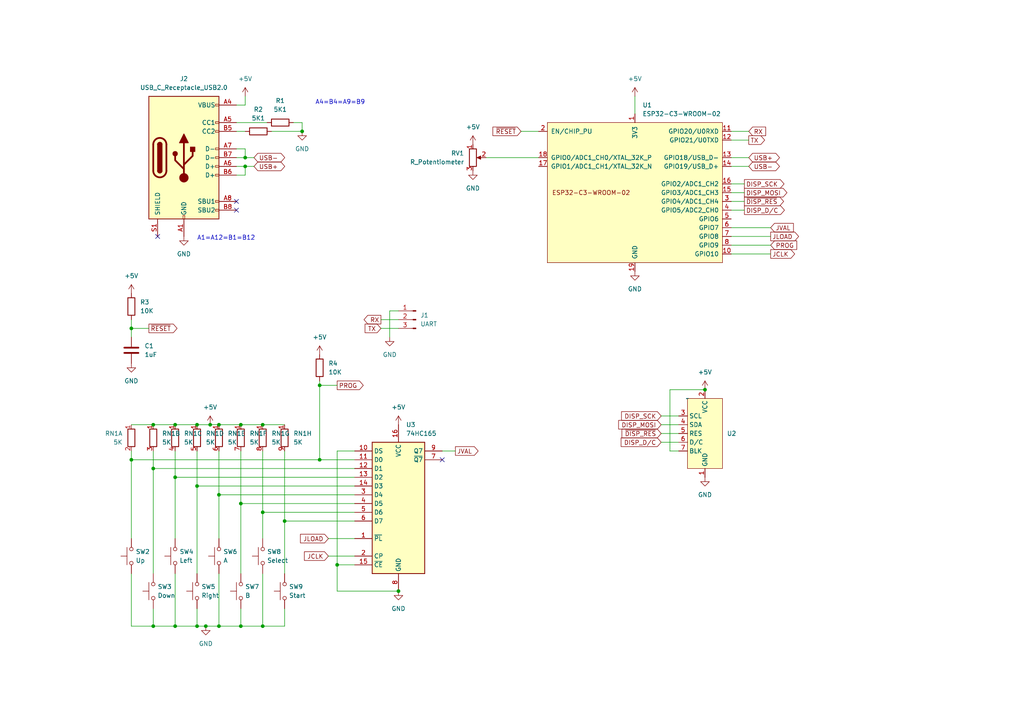
<source format=kicad_sch>
(kicad_sch (version 20230121) (generator eeschema)
  (paper "A4")
  (lib_symbols
    (symbol "74xx:74HC165"
      (property "Reference" "U" (at -7.62 19.05 0))
      (property "Value" "74HC165" (at -7.62 -21.59 0))
      (symbol "74HC165_1_0"
        (pin input line (at -12.7 -10.16 0) (length 5.08) (name "~{PL}") (number "1"))
        (pin input line (at -12.7 15.24 0) (length 5.08) (name "DS") (number "10"))
        (pin input line (at -12.7 12.7 0) (length 5.08) (name "D0") (number "11"))
        (pin input line (at -12.7 10.16 0) (length 5.08) (name "D1") (number "12"))
        (pin input line (at -12.7 7.62 0) (length 5.08) (name "D2") (number "13"))
        (pin input line (at -12.7 5.08 0) (length 5.08) (name "D3") (number "14"))
        (pin input line (at -12.7 -17.78 0) (length 5.08) (name "~{CE}") (number "15"))
        (pin power_in line (at 0 22.86 270) (length 5.08) (name "VCC") (number "16"))
        (pin input line (at -12.7 -15.24 0) (length 5.08) (name "CP") (number "2"))
        (pin input line (at -12.7 2.54 0) (length 5.08) (name "D4") (number "3"))
        (pin input line (at -12.7 0 0) (length 5.08) (name "D5") (number "4"))
        (pin input line (at -12.7 -2.54 0) (length 5.08) (name "D6") (number "5"))
        (pin input line (at -12.7 -5.08 0) (length 5.08) (name "D7") (number "6"))
        (pin output line (at 12.7 12.7 180) (length 5.08) (name "~{Q7}") (number "7"))
        (pin power_in line (at 0 -25.4 90) (length 5.08) (name "GND") (number "8"))
        (pin output line (at 12.7 15.24 180) (length 5.08) (name "Q7") (number "9"))
      )
      (symbol "74HC165_1_1"
        (rectangle (start -7.62 17.78) (end 7.62 -20.32) (stroke (width 0.254)) (fill (type background)))
      )
    )
    (symbol "Connector:Conn_01x03_Pin" (pin_names (offset 1.016) hide)
      (property "Reference" "J" (at 0 5.08 0))
      (property "Value" "Conn_01x03_Pin" (at 0 -5.08 0))
      (symbol "Conn_01x03_Pin_1_1"
        (polyline (pts (xy 1.27 -2.54) (xy 0.8636 -2.54)) (stroke (width 0.1524)))
        (polyline (pts (xy 1.27 0) (xy 0.8636 0)) (stroke (width 0.1524)))
        (polyline (pts (xy 1.27 2.54) (xy 0.8636 2.54)) (stroke (width 0.1524)))
        (rectangle (start 0.8636 -2.413) (end 0 -2.667) (stroke (width 0.1524)) (fill (type outline)))
        (rectangle (start 0.8636 0.127) (end 0 -0.127) (stroke (width 0.1524)) (fill (type outline)))
        (rectangle (start 0.8636 2.667) (end 0 2.413) (stroke (width 0.1524)) (fill (type outline)))
        (pin passive line (at 5.08 2.54 180) (length 3.81) (name "Pin_1") (number "1"))
        (pin passive line (at 5.08 0 180) (length 3.81) (name "Pin_2") (number "2"))
        (pin passive line (at 5.08 -2.54 180) (length 3.81) (name "Pin_3") (number "3"))
      )
    )
    (symbol "Connector:USB_C_Receptacle_USB2.0" (pin_names (offset 1.016))
      (property "Reference" "J" (at -10.16 19.05 0))
      (property "Value" "USB_C_Receptacle_USB2.0" (at 19.05 19.05 0))
      (symbol "USB_C_Receptacle_USB2.0_0_0"
        (rectangle (start -0.254 -17.78) (end 0.254 -16.764))
        (rectangle (start 10.16 -14.986) (end 9.144 -15.494))
        (rectangle (start 10.16 -12.446) (end 9.144 -12.954))
        (rectangle (start 10.16 -4.826) (end 9.144 -5.334))
        (rectangle (start 10.16 -2.286) (end 9.144 -2.794))
        (rectangle (start 10.16 0.254) (end 9.144 -0.254))
        (rectangle (start 10.16 2.794) (end 9.144 2.286))
        (rectangle (start 10.16 7.874) (end 9.144 7.366))
        (rectangle (start 10.16 10.414) (end 9.144 9.906))
        (rectangle (start 10.16 15.494) (end 9.144 14.986))
      )
      (symbol "USB_C_Receptacle_USB2.0_0_1"
        (rectangle (start -10.16 17.78) (end 10.16 -17.78) (stroke (width 0.254)) (fill (type background)))
        (arc (start -8.89 -3.81) (mid -6.985 -5.7067) (end -5.08 -3.81) (stroke (width 0.508)))
        (arc (start -7.62 -3.81) (mid -6.985 -4.4423) (end -6.35 -3.81) (stroke (width 0.254)))
        (arc (start -7.62 -3.81) (mid -6.985 -4.4423) (end -6.35 -3.81) (stroke (width 0.254)) (fill (type outline)))
        (rectangle (start -7.62 -3.81) (end -6.35 3.81) (stroke (width 0.254)) (fill (type outline)))
        (arc (start -6.35 3.81) (mid -6.985 4.4423) (end -7.62 3.81) (stroke (width 0.254)))
        (arc (start -6.35 3.81) (mid -6.985 4.4423) (end -7.62 3.81) (stroke (width 0.254)) (fill (type outline)))
        (arc (start -5.08 3.81) (mid -6.985 5.7067) (end -8.89 3.81) (stroke (width 0.508)))
        (circle (center -2.54 1.143) (radius 0.635) (stroke (width 0.254)) (fill (type outline)))
        (circle (center 0 -5.842) (radius 1.27) (fill (type outline)))
        (polyline (pts (xy -8.89 -3.81) (xy -8.89 3.81)) (stroke (width 0.508)))
        (polyline (pts (xy -5.08 3.81) (xy -5.08 -3.81)) (stroke (width 0.508)))
        (polyline (pts (xy 0 -5.842) (xy 0 4.318)) (stroke (width 0.508)))
        (polyline (pts (xy 0 -3.302) (xy -2.54 -0.762) (xy -2.54 0.508)) (stroke (width 0.508)))
        (polyline (pts (xy 0 -2.032) (xy 2.54 0.508) (xy 2.54 1.778)) (stroke (width 0.508)))
        (polyline (pts (xy -1.27 4.318) (xy 0 6.858) (xy 1.27 4.318) (xy -1.27 4.318)) (stroke (width 0.254)) (fill (type outline)))
        (rectangle (start 1.905 1.778) (end 3.175 3.048) (stroke (width 0.254)) (fill (type outline)))
      )
      (symbol "USB_C_Receptacle_USB2.0_1_1"
        (pin passive line (at 0 -22.86 90) (length 5.08) (name "GND") (number "A1"))
        (pin passive line (at 0 -22.86 90) (length 5.08) hide (name "GND") (number "A12"))
        (pin passive line (at 15.24 15.24 180) (length 5.08) (name "VBUS") (number "A4"))
        (pin bidirectional line (at 15.24 10.16 180) (length 5.08) (name "CC1") (number "A5"))
        (pin bidirectional line (at 15.24 -2.54 180) (length 5.08) (name "D+") (number "A6"))
        (pin bidirectional line (at 15.24 2.54 180) (length 5.08) (name "D-") (number "A7"))
        (pin bidirectional line (at 15.24 -12.7 180) (length 5.08) (name "SBU1") (number "A8"))
        (pin passive line (at 15.24 15.24 180) (length 5.08) hide (name "VBUS") (number "A9"))
        (pin passive line (at 0 -22.86 90) (length 5.08) hide (name "GND") (number "B1"))
        (pin passive line (at 0 -22.86 90) (length 5.08) hide (name "GND") (number "B12"))
        (pin passive line (at 15.24 15.24 180) (length 5.08) hide (name "VBUS") (number "B4"))
        (pin bidirectional line (at 15.24 7.62 180) (length 5.08) (name "CC2") (number "B5"))
        (pin bidirectional line (at 15.24 -5.08 180) (length 5.08) (name "D+") (number "B6"))
        (pin bidirectional line (at 15.24 0 180) (length 5.08) (name "D-") (number "B7"))
        (pin bidirectional line (at 15.24 -15.24 180) (length 5.08) (name "SBU2") (number "B8"))
        (pin passive line (at 15.24 15.24 180) (length 5.08) hide (name "VBUS") (number "B9"))
        (pin passive line (at -7.62 -22.86 90) (length 5.08) (name "SHIELD") (number "S1"))
      )
    )
    (symbol "Device:C" (pin_numbers hide) (pin_names (offset 0.254))
      (property "Reference" "C" (at 0.635 2.54 0))
      (property "Value" "C" (at 0.635 -2.54 0))
      (symbol "C_0_1"
        (polyline (pts (xy -2.032 -0.762) (xy 2.032 -0.762)) (stroke (width 0.508)))
        (polyline (pts (xy -2.032 0.762) (xy 2.032 0.762)) (stroke (width 0.508)))
      )
      (symbol "C_1_1"
        (pin passive line (at 0 3.81 270) (length 2.794) (name "~") (number "1"))
        (pin passive line (at 0 -3.81 90) (length 2.794) (name "~") (number "2"))
      )
    )
    (symbol "Device:R" (pin_numbers hide) (pin_names (offset 0))
      (property "Reference" "R" (at 2.032 0 90))
      (property "Value" "R" (at 0 0 90))
      (symbol "R_0_1"
        (rectangle (start -1.016 -2.54) (end 1.016 2.54) (stroke (width 0.254)))
      )
      (symbol "R_1_1"
        (pin passive line (at 0 3.81 270) (length 1.27) (name "~") (number "1"))
        (pin passive line (at 0 -3.81 90) (length 1.27) (name "~") (number "2"))
      )
    )
    (symbol "Device:R_Network08_Split" (pin_names (offset 0) hide)
      (property "Reference" "RN" (at 2.032 0 90))
      (property "Value" "R_Network08_Split" (at 0 0 90))
      (symbol "R_Network08_Split_0_1"
        (rectangle (start 1.016 2.54) (end -1.016 -2.54) (stroke (width 0.254)))
        (pin passive line (at 0 3.81 270) (length 1.27) (name "R1") (number "1"))
      )
      (symbol "R_Network08_Split_1_1"
        (pin passive line (at 0 -3.81 90) (length 1.27) (name "R1.2") (number "2"))
      )
      (symbol "R_Network08_Split_2_1"
        (pin passive line (at 0 -3.81 90) (length 1.27) (name "R2.2") (number "3"))
      )
      (symbol "R_Network08_Split_3_1"
        (pin passive line (at 0 -3.81 90) (length 1.27) (name "R3.2") (number "4"))
      )
      (symbol "R_Network08_Split_4_1"
        (pin passive line (at 0 -3.81 90) (length 1.27) (name "R4.2") (number "5"))
      )
      (symbol "R_Network08_Split_5_1"
        (pin passive line (at 0 -3.81 90) (length 1.27) (name "R5.2") (number "6"))
      )
      (symbol "R_Network08_Split_6_1"
        (pin passive line (at 0 -3.81 90) (length 1.27) (name "R6.2") (number "7"))
      )
      (symbol "R_Network08_Split_7_1"
        (pin passive line (at 0 -3.81 90) (length 1.27) (name "R7.2") (number "8"))
      )
      (symbol "R_Network08_Split_8_1"
        (pin passive line (at 0 -3.81 90) (length 1.27) (name "R8.2") (number "9"))
      )
    )
    (symbol "Device:R_Potentiometer" (pin_names (offset 1.016) hide)
      (property "Reference" "RV" (at -4.445 0 90))
      (property "Value" "R_Potentiometer" (at -2.54 0 90))
      (symbol "R_Potentiometer_0_1"
        (polyline (pts (xy 2.54 0) (xy 1.524 0)))
        (polyline (pts (xy 1.143 0) (xy 2.286 0.508) (xy 2.286 -0.508) (xy 1.143 0)) (fill (type outline)))
        (rectangle (start 1.016 2.54) (end -1.016 -2.54) (stroke (width 0.254)))
      )
      (symbol "R_Potentiometer_1_1"
        (pin passive line (at 0 3.81 270) (length 1.27) (name "1") (number "1"))
        (pin passive line (at 3.81 0 180) (length 1.27) (name "2") (number "2"))
        (pin passive line (at 0 -3.81 90) (length 1.27) (name "3") (number "3"))
      )
    )
    (symbol "Espressif:ESP32-C3-WROOM-02" (pin_names (offset 1.016))
      (property "Reference" "U" (at -25.4 25.4 0))
      (property "Value" "ESP32-C3-WROOM-02" (at -25.4 22.86 0))
      (symbol "ESP32-C3-WROOM-02_0_0"
        (text "ESP32-C3-WROOM-02" (at -12.7 0 0) (effects (font (size 1.27 1.27))))
      )
      (symbol "ESP32-C3-WROOM-02_0_1"
        (rectangle (start 25.4 20.32) (end -25.4 -20.32) (fill (type background)))
      )
      (symbol "ESP32-C3-WROOM-02_1_1"
        (pin power_in line (at 0 22.86 270) (length 2.54) (name "3V3") (number "1"))
        (pin bidirectional line (at 27.94 -17.78 180) (length 2.54) (name "GPIO10") (number "10"))
        (pin bidirectional line (at 27.94 17.78 180) (length 2.54) (name "GPIO20/U0RXD") (number "11"))
        (pin bidirectional line (at 27.94 15.24 180) (length 2.54) (name "GPIO21/U0TXD") (number "12"))
        (pin bidirectional line (at 27.94 10.16 180) (length 2.54) (name "GPIO18/USB_D-") (number "13"))
        (pin bidirectional line (at 27.94 7.62 180) (length 2.54) (name "GPIO19/USB_D+") (number "14"))
        (pin bidirectional line (at 27.94 0 180) (length 2.54) (name "GPIO3/ADC1_CH3") (number "15"))
        (pin bidirectional line (at 27.94 2.54 180) (length 2.54) (name "GPIO2/ADC1_CH2") (number "16"))
        (pin bidirectional line (at -27.94 7.62 0) (length 2.54) (name "GPIO1/ADC1_CH1/XTAL_32K_N") (number "17"))
        (pin bidirectional line (at -27.94 10.16 0) (length 2.54) (name "GPIO0/ADC1_CH0/XTAL_32K_P") (number "18"))
        (pin power_in line (at 0 -22.86 90) (length 2.54) (name "GND") (number "19"))
        (pin input line (at -27.94 17.78 0) (length 2.54) (name "EN/CHIP_PU") (number "2"))
        (pin bidirectional line (at 27.94 -2.54 180) (length 2.54) (name "GPIO4/ADC1_CH4") (number "3"))
        (pin bidirectional line (at 27.94 -5.08 180) (length 2.54) (name "GPIO5/ADC2_CH0") (number "4"))
        (pin bidirectional line (at 27.94 -7.62 180) (length 2.54) (name "GPIO6") (number "5"))
        (pin bidirectional line (at 27.94 -10.16 180) (length 2.54) (name "GPIO7") (number "6"))
        (pin bidirectional line (at 27.94 -12.7 180) (length 2.54) (name "GPIO8") (number "7"))
        (pin bidirectional line (at 27.94 -15.24 180) (length 2.54) (name "GPIO9") (number "8"))
        (pin passive line (at 0 -22.86 90) (length 2.54) hide (name "GND") (number "9"))
      )
    )
    (symbol "Switch:SW_Push" (pin_numbers hide) (pin_names (offset 1.016) hide)
      (property "Reference" "SW" (at 1.27 2.54 0))
      (property "Value" "SW_Push" (at 0 -1.524 0))
      (symbol "SW_Push_0_1"
        (circle (center -2.032 0) (radius 0.508))
        (polyline (pts (xy 0 1.27) (xy 0 3.048)))
        (polyline (pts (xy 2.54 1.27) (xy -2.54 1.27)))
        (circle (center 2.032 0) (radius 0.508))
        (pin passive line (at -5.08 0 0) (length 2.54) (name "1") (number "1"))
        (pin passive line (at 5.08 0 180) (length 2.54) (name "2") (number "2"))
      )
    )
    (symbol "display:IPS_240x240"
      (property "Reference" "U" (at 6.35 1.27 0))
      (symbol "IPS_240x240_1_1"
        (rectangle (start 0 0) (end 10.16 -20.32) (fill (type background)))
        (pin power_in line (at 5.08 -22.86 90) (length 2.54) (name "GND") (number "1"))
        (pin power_in line (at 5.08 2.54 270) (length 2.54) (name "VCC") (number "2"))
        (pin input line (at -2.54 -5.08 0) (length 2.54) (name "SCL") (number "3"))
        (pin input line (at -2.54 -7.62 0) (length 2.54) (name "SDA") (number "4"))
        (pin input line (at -2.54 -10.16 0) (length 2.54) (name "RES") (number "5"))
        (pin input line (at -2.54 -12.7 0) (length 2.54) (name "D/C") (number "6"))
        (pin input line (at -2.54 -15.24 0) (length 2.54) (name "BLK") (number "7"))
      )
    )
    (symbol "power:+5V" (power) (pin_names (offset 0))
      (property "Value" "+5V" (at 0 3.556 0))
      (symbol "+5V_0_1"
        (polyline (pts (xy -0.762 1.27) (xy 0 2.54)))
        (polyline (pts (xy 0 0) (xy 0 2.54)))
        (polyline (pts (xy 0 2.54) (xy 0.762 1.27)))
      )
      (symbol "+5V_1_1"
        (pin power_in line (at 0 0 90) (length 0) hide (name "+5V") (number "1"))
      )
    )
    (symbol "power:GND" (power) (pin_names (offset 0))
      (property "Value" "GND" (at 0 -3.81 0))
      (symbol "GND_0_1"
        (polyline (pts (xy 0 0) (xy 0 -1.27) (xy 1.27 -1.27) (xy 0 -2.54) (xy -1.27 -1.27) (xy 0 -1.27)))
      )
      (symbol "GND_1_1"
        (pin power_in line (at 0 0 270) (length 0) hide (name "GND") (number "1"))
      )
    )
  )
  (junction (at 44.45 123.19))
  (junction (at 87.63 38.1))
  (junction (at 44.45 135.89))
  (junction (at 59.69 181.61))
  (junction (at 38.1 95.25))
  (junction (at 92.71 133.35))
  (junction (at 57.15 140.97))
  (junction (at 57.15 181.61))
  (junction (at 76.2 181.61))
  (junction (at 63.5 181.61))
  (junction (at 92.71 111.76))
  (junction (at 44.45 181.61))
  (junction (at 97.79 163.83))
  (junction (at 69.85 123.19))
  (junction (at 38.1 133.35))
  (junction (at 71.12 45.72))
  (junction (at 50.8 123.19))
  (junction (at 71.12 48.26))
  (junction (at 76.2 123.19))
  (junction (at 63.5 143.51))
  (junction (at 69.85 181.61))
  (junction (at 76.2 148.59))
  (junction (at 50.8 138.43))
  (junction (at 82.55 151.13))
  (junction (at 60.96 123.19))
  (junction (at 57.15 123.19))
  (junction (at 50.8 181.61))
  (junction (at 63.5 123.19))
  (junction (at 115.57 171.45))
  (junction (at 69.85 146.05))
  (junction (at 204.47 113.03))
  (no_connect (at 128.27 133.35))
  (no_connect (at 45.72 68.58))
  (no_connect (at 331.47 17.78))
  (no_connect (at 68.58 60.96))
  (no_connect (at 68.58 58.42))
  (wire (pts (xy 97.79 130.81) (xy 97.79 163.83)))
  (wire (pts (xy 194.31 113.03) (xy 204.47 113.03)))
  (wire (pts (xy 38.1 133.35) (xy 38.1 156.21)))
  (wire (pts (xy 102.87 138.43) (xy 50.8 138.43)))
  (wire (pts (xy 68.58 48.26) (xy 71.12 48.26)))
  (wire (pts (xy 82.55 166.37) (xy 82.55 151.13)))
  (wire (pts (xy 102.87 133.35) (xy 92.71 133.35)))
  (wire (pts (xy 69.85 146.05) (xy 102.87 146.05)))
  (wire (pts (xy 95.25 156.21) (xy 102.87 156.21)))
  (wire (pts (xy 38.1 181.61) (xy 44.45 181.61)))
  (wire (pts (xy 92.71 111.76) (xy 92.71 133.35)))
  (wire (pts (xy 63.5 130.81) (xy 63.5 143.51)))
  (wire (pts (xy 212.09 71.12) (xy 223.52 71.12)))
  (wire (pts (xy 151.13 38.1) (xy 156.21 38.1)))
  (wire (pts (xy 38.1 123.19) (xy 44.45 123.19)))
  (wire (pts (xy 82.55 130.81) (xy 82.55 151.13)))
  (wire (pts (xy 215.9 60.96) (xy 212.09 60.96)))
  (wire (pts (xy 71.12 48.26) (xy 73.66 48.26)))
  (wire (pts (xy 82.55 151.13) (xy 102.87 151.13)))
  (wire (pts (xy 212.09 45.72) (xy 217.17 45.72)))
  (wire (pts (xy 69.85 181.61) (xy 76.2 181.61)))
  (wire (pts (xy 63.5 181.61) (xy 63.5 166.37)))
  (wire (pts (xy 78.74 38.1) (xy 87.63 38.1)))
  (wire (pts (xy 97.79 163.83) (xy 102.87 163.83)))
  (wire (pts (xy 57.15 181.61) (xy 59.69 181.61)))
  (wire (pts (xy 44.45 181.61) (xy 44.45 176.53)))
  (wire (pts (xy 44.45 130.81) (xy 44.45 135.89)))
  (wire (pts (xy 57.15 140.97) (xy 102.87 140.97)))
  (wire (pts (xy 76.2 123.19) (xy 82.55 123.19)))
  (wire (pts (xy 223.52 66.04) (xy 212.09 66.04)))
  (wire (pts (xy 50.8 130.81) (xy 50.8 138.43)))
  (wire (pts (xy 71.12 50.8) (xy 71.12 48.26)))
  (wire (pts (xy 68.58 30.48) (xy 71.12 30.48)))
  (wire (pts (xy 87.63 38.1) (xy 87.63 35.56)))
  (wire (pts (xy 217.17 38.1) (xy 212.09 38.1)))
  (wire (pts (xy 57.15 166.37) (xy 57.15 140.97)))
  (wire (pts (xy 76.2 181.61) (xy 76.2 166.37)))
  (wire (pts (xy 69.85 181.61) (xy 69.85 176.53)))
  (wire (pts (xy 50.8 181.61) (xy 57.15 181.61)))
  (wire (pts (xy 95.25 161.29) (xy 102.87 161.29)))
  (wire (pts (xy 97.79 111.76) (xy 92.71 111.76)))
  (wire (pts (xy 132.08 130.81) (xy 128.27 130.81)))
  (wire (pts (xy 38.1 95.25) (xy 38.1 97.79)))
  (wire (pts (xy 71.12 45.72) (xy 68.58 45.72)))
  (wire (pts (xy 76.2 181.61) (xy 82.55 181.61)))
  (wire (pts (xy 113.03 90.17) (xy 113.03 97.79)))
  (wire (pts (xy 217.17 40.64) (xy 212.09 40.64)))
  (wire (pts (xy 57.15 123.19) (xy 60.96 123.19)))
  (wire (pts (xy 194.31 130.81) (xy 194.31 113.03)))
  (wire (pts (xy 38.1 181.61) (xy 38.1 166.37)))
  (wire (pts (xy 102.87 148.59) (xy 76.2 148.59)))
  (wire (pts (xy 184.15 33.02) (xy 184.15 27.94)))
  (wire (pts (xy 102.87 143.51) (xy 63.5 143.51)))
  (wire (pts (xy 44.45 166.37) (xy 44.45 135.89)))
  (wire (pts (xy 85.09 35.56) (xy 87.63 35.56)))
  (wire (pts (xy 69.85 123.19) (xy 76.2 123.19)))
  (wire (pts (xy 69.85 130.81) (xy 69.85 146.05)))
  (wire (pts (xy 44.45 135.89) (xy 102.87 135.89)))
  (wire (pts (xy 196.85 128.27) (xy 191.77 128.27)))
  (wire (pts (xy 92.71 110.49) (xy 92.71 111.76)))
  (wire (pts (xy 191.77 120.65) (xy 196.85 120.65)))
  (wire (pts (xy 223.52 68.58) (xy 212.09 68.58)))
  (wire (pts (xy 71.12 30.48) (xy 71.12 27.94)))
  (wire (pts (xy 102.87 130.81) (xy 97.79 130.81)))
  (wire (pts (xy 38.1 92.71) (xy 38.1 95.25)))
  (wire (pts (xy 60.96 123.19) (xy 63.5 123.19)))
  (wire (pts (xy 50.8 138.43) (xy 50.8 156.21)))
  (wire (pts (xy 82.55 181.61) (xy 82.55 176.53)))
  (wire (pts (xy 68.58 50.8) (xy 71.12 50.8)))
  (wire (pts (xy 50.8 181.61) (xy 50.8 166.37)))
  (wire (pts (xy 215.9 58.42) (xy 212.09 58.42)))
  (wire (pts (xy 110.49 92.71) (xy 115.57 92.71)))
  (wire (pts (xy 191.77 125.73) (xy 196.85 125.73)))
  (wire (pts (xy 71.12 43.18) (xy 71.12 45.72)))
  (wire (pts (xy 44.45 181.61) (xy 50.8 181.61)))
  (wire (pts (xy 76.2 130.81) (xy 76.2 148.59)))
  (wire (pts (xy 63.5 143.51) (xy 63.5 156.21)))
  (wire (pts (xy 196.85 130.81) (xy 194.31 130.81)))
  (wire (pts (xy 43.18 95.25) (xy 38.1 95.25)))
  (wire (pts (xy 63.5 181.61) (xy 69.85 181.61)))
  (wire (pts (xy 44.45 123.19) (xy 50.8 123.19)))
  (wire (pts (xy 59.69 181.61) (xy 63.5 181.61)))
  (wire (pts (xy 92.71 133.35) (xy 38.1 133.35)))
  (wire (pts (xy 215.9 53.34) (xy 212.09 53.34)))
  (wire (pts (xy 73.66 45.72) (xy 71.12 45.72)))
  (wire (pts (xy 196.85 123.19) (xy 191.77 123.19)))
  (wire (pts (xy 113.03 90.17) (xy 115.57 90.17)))
  (wire (pts (xy 115.57 171.45) (xy 97.79 171.45)))
  (wire (pts (xy 38.1 130.81) (xy 38.1 133.35)))
  (wire (pts (xy 63.5 123.19) (xy 69.85 123.19)))
  (wire (pts (xy 68.58 43.18) (xy 71.12 43.18)))
  (wire (pts (xy 69.85 166.37) (xy 69.85 146.05)))
  (wire (pts (xy 115.57 95.25) (xy 110.49 95.25)))
  (wire (pts (xy 68.58 35.56) (xy 77.47 35.56)))
  (wire (pts (xy 50.8 123.19) (xy 57.15 123.19)))
  (wire (pts (xy 57.15 130.81) (xy 57.15 140.97)))
  (wire (pts (xy 217.17 48.26) (xy 212.09 48.26)))
  (wire (pts (xy 140.97 45.72) (xy 156.21 45.72)))
  (wire (pts (xy 57.15 181.61) (xy 57.15 176.53)))
  (wire (pts (xy 76.2 148.59) (xy 76.2 156.21)))
  (wire (pts (xy 97.79 171.45) (xy 97.79 163.83)))
  (wire (pts (xy 215.9 55.88) (xy 212.09 55.88)))
  (wire (pts (xy 223.52 73.66) (xy 212.09 73.66)))
  (wire (pts (xy 68.58 38.1) (xy 71.12 38.1)))
  (text "A4=B4=A9=B9" (at 91.44 30.48 0) (effects (font (size 1.27 1.27)) (justify left bottom)))
  (text "A1=A12=B1=B12" (at 57.15 69.85 0) (effects (font (size 1.27 1.27)) (justify left bottom)))
  (global_label "JVAL" (shape output) (at 132.08 130.81 0) (property "Intersheetrefs" "${INTERSHEET_REFS}" (effects hide)))
  (global_label "~{RESET}" (shape input) (at 151.13 38.1 180) (property "Intersheetrefs" "${INTERSHEET_REFS}" (effects hide)))
  (global_label "USB-" (shape bidirectional) (at 73.66 45.72 0) (property "Intersheetrefs" "${INTERSHEET_REFS}" (effects hide)))
  (global_label "DISP_MOSI" (shape output) (at 215.9 55.88 0) (property "Intersheetrefs" "${INTERSHEET_REFS}" (effects hide)))
  (global_label "~{DISP_RES}" (shape input) (at 191.77 125.73 180) (property "Intersheetrefs" "${INTERSHEET_REFS}" (effects hide)))
  (global_label "USB-" (shape bidirectional) (at 217.17 48.26 0) (property "Intersheetrefs" "${INTERSHEET_REFS}" (effects hide)))
  (global_label "DISP_SCK" (shape input) (at 191.77 120.65 180) (property "Intersheetrefs" "${INTERSHEET_REFS}" (effects hide)))
  (global_label "JVAL" (shape input) (at 223.52 66.04 0) (property "Intersheetrefs" "${INTERSHEET_REFS}" (effects hide)))
  (global_label "~{DISP_RES}" (shape output) (at 215.9 58.42 0) (property "Intersheetrefs" "${INTERSHEET_REFS}" (effects hide)))
  (global_label "RX" (shape input) (at 217.17 38.1 0) (property "Intersheetrefs" "${INTERSHEET_REFS}" (effects hide)))
  (global_label "PROG" (shape output) (at 97.79 111.76 0) (property "Intersheetrefs" "${INTERSHEET_REFS}" (effects hide)))
  (global_label "DISP_SCK" (shape output) (at 215.9 53.34 0) (property "Intersheetrefs" "${INTERSHEET_REFS}" (effects hide)))
  (global_label "DISP_MOSI" (shape input) (at 191.77 123.19 180) (property "Intersheetrefs" "${INTERSHEET_REFS}" (effects hide)))
  (global_label "DISP_D{slash}C" (shape input) (at 191.77 128.27 180) (property "Intersheetrefs" "${INTERSHEET_REFS}" (effects hide)))
  (global_label "RX" (shape output) (at 110.49 92.71 180) (property "Intersheetrefs" "${INTERSHEET_REFS}" (effects hide)))
  (global_label "JCLK" (shape input) (at 95.25 161.29 180) (property "Intersheetrefs" "${INTERSHEET_REFS}" (effects hide)))
  (global_label "USB+" (shape bidirectional) (at 73.66 48.26 0) (property "Intersheetrefs" "${INTERSHEET_REFS}" (effects hide)))
  (global_label "TX" (shape input) (at 110.49 95.25 180) (property "Intersheetrefs" "${INTERSHEET_REFS}" (effects hide)))
  (global_label "JLOAD" (shape input) (at 95.25 156.21 180) (property "Intersheetrefs" "${INTERSHEET_REFS}" (effects hide)))
  (global_label "JLOAD" (shape output) (at 223.52 68.58 0) (property "Intersheetrefs" "${INTERSHEET_REFS}" (effects hide)))
  (global_label "~{RESET}" (shape output) (at 43.18 95.25 0) (property "Intersheetrefs" "${INTERSHEET_REFS}" (effects hide)))
  (global_label "USB+" (shape bidirectional) (at 217.17 45.72 0) (property "Intersheetrefs" "${INTERSHEET_REFS}" (effects hide)))
  (global_label "DISP_D{slash}C" (shape output) (at 215.9 60.96 0) (property "Intersheetrefs" "${INTERSHEET_REFS}" (effects hide)))
  (global_label "JCLK" (shape output) (at 223.52 73.66 0) (property "Intersheetrefs" "${INTERSHEET_REFS}" (effects hide)))
  (global_label "TX" (shape output) (at 217.17 40.64 0) (property "Intersheetrefs" "${INTERSHEET_REFS}" (effects hide)))
  (global_label "PROG" (shape input) (at 223.52 71.12 0) (property "Intersheetrefs" "${INTERSHEET_REFS}" (effects hide)))
  (symbol (lib_id "Switch:SW_Push") (at 69.85 171.45 90) (unit 1)
    (property "Reference" "SW7" (at 71.12 170.18 90) (effects (justify right)))
    (property "Value" "B" (at 71.12 172.72 90) (effects (justify right)))
    (property "Footprint" "Button_Switch_THT:SW_PUSH_6mm" (effects hide))
  )
  (symbol (lib_id "power:GND") (at 53.34 68.58 0) (unit 1)
    (property "Reference" "#PWR05" (effects hide))
    (property "Value" "GND" (at 53.34 73.66 0))
  )
  (symbol (lib_id "power:GND") (at 113.03 97.79 0) (unit 1)
    (property "Reference" "#PWR010" (effects hide))
    (property "Value" "GND" (at 113.03 102.87 0))
  )
  (symbol (lib_id "Switch:SW_Push") (at 44.45 171.45 90) (unit 1)
    (property "Reference" "SW3" (at 45.72 170.18 90) (effects (justify right)))
    (property "Value" "Down" (at 45.72 172.72 90) (effects (justify right)))
    (property "Footprint" "Button_Switch_THT:SW_PUSH_6mm" (effects hide))
  )
  (symbol (lib_id "Device:R") (at 38.1 88.9 180) (unit 1)
    (property "Reference" "R3" (at 40.64 87.63 0) (effects (justify right)))
    (property "Value" "10K" (at 40.64 90.17 0) (effects (justify right)))
    (property "Footprint" "Resistor_THT:R_Axial_DIN0204_L3.6mm_D1.6mm_P7.62mm_Horizontal" (effects hide))
  )
  (symbol (lib_id "Device:R_Network08_Split") (at 50.8 127 0) (unit 3)
    (property "Reference" "RN1" (at 53.34 125.73 0) (effects (justify left)))
    (property "Value" "5K" (at 53.34 128.27 0) (effects (justify left)))
    (property "Footprint" "Resistor_THT:R_Array_SIP9" (effects hide))
    (property "Datasheet" "http://www.vishay.com/docs/31509/csc.pdf" (effects hide))
  )
  (symbol (lib_id "power:+5V") (at 115.57 123.19 0) (unit 1)
    (property "Reference" "#PWR014" (effects hide))
    (property "Value" "+5V" (at 115.57 118.11 0))
  )
  (symbol (lib_id "Device:R_Network08_Split") (at 44.45 127 0) (unit 2)
    (property "Reference" "RN1" (at 46.99 125.73 0) (effects (justify left)))
    (property "Value" "5K" (at 46.99 128.27 0) (effects (justify left)))
    (property "Footprint" "Resistor_THT:R_Array_SIP9" (effects hide))
    (property "Datasheet" "http://www.vishay.com/docs/31509/csc.pdf" (effects hide))
  )
  (symbol (lib_id "Switch:SW_Push") (at 38.1 161.29 90) (unit 1)
    (property "Reference" "SW2" (at 39.37 160.02 90) (effects (justify right)))
    (property "Value" "Up" (at 39.37 162.56 90) (effects (justify right)))
    (property "Footprint" "Button_Switch_THT:SW_PUSH_6mm" (effects hide))
  )
  (symbol (lib_id "Device:R") (at 92.71 106.68 0) (unit 1)
    (property "Reference" "R4" (at 95.25 105.41 0) (effects (justify left)))
    (property "Value" "10K" (at 95.25 107.95 0) (effects (justify left)))
    (property "Footprint" "Resistor_THT:R_Axial_DIN0204_L3.6mm_D1.6mm_P7.62mm_Horizontal" (effects hide))
  )
  (symbol (lib_id "Switch:SW_Push") (at 57.15 171.45 90) (unit 1)
    (property "Reference" "SW5" (at 58.42 170.18 90) (effects (justify right)))
    (property "Value" "Right" (at 58.42 172.72 90) (effects (justify right)))
    (property "Footprint" "Button_Switch_THT:SW_PUSH_6mm" (effects hide))
  )
  (symbol (lib_id "power:GND") (at 115.57 171.45 0) (unit 1)
    (property "Reference" "#PWR013" (effects hide))
    (property "Value" "GND" (at 115.57 176.53 0))
  )
  (symbol (lib_id "Device:R_Network08_Split") (at 76.2 127 0) (unit 7)
    (property "Reference" "RN1" (at 78.74 125.73 0) (effects (justify left)))
    (property "Value" "5K" (at 78.74 128.27 0) (effects (justify left)))
    (property "Footprint" "Resistor_THT:R_Array_SIP9" (effects hide))
    (property "Datasheet" "http://www.vishay.com/docs/31509/csc.pdf" (effects hide))
  )
  (symbol (lib_id "Device:R_Network08_Split") (at 57.15 127 0) (unit 4)
    (property "Reference" "RN1" (at 59.69 125.73 0) (effects (justify left)))
    (property "Value" "5K" (at 59.69 128.27 0) (effects (justify left)))
    (property "Footprint" "Resistor_THT:R_Array_SIP9" (effects hide))
    (property "Datasheet" "http://www.vishay.com/docs/31509/csc.pdf" (effects hide))
  )
  (symbol (lib_id "power:+5V") (at 137.16 41.91 0) (unit 1)
    (property "Reference" "#PWR016" (effects hide))
    (property "Value" "+5V" (at 137.16 36.83 0))
  )
  (symbol (lib_id "Switch:SW_Push") (at 63.5 161.29 90) (unit 1)
    (property "Reference" "SW6" (at 64.77 160.02 90) (effects (justify right)))
    (property "Value" "A" (at 64.77 162.56 90) (effects (justify right)))
    (property "Footprint" "Button_Switch_THT:SW_PUSH_6mm" (effects hide))
  )
  (symbol (lib_id "power:+5V") (at 184.15 27.94 0) (unit 1)
    (property "Reference" "#PWR01" (effects hide))
    (property "Value" "+5V" (at 184.15 22.86 0))
  )
  (symbol (lib_id "power:+5V") (at 60.96 123.19 0) (unit 1)
    (property "Reference" "#PWR018" (effects hide))
    (property "Value" "+5V" (at 60.96 118.11 0))
  )
  (symbol (lib_id "Device:C") (at 38.1 101.6 0) (unit 1)
    (property "Reference" "C1" (at 41.91 100.33 0) (effects (justify left)))
    (property "Value" "1uF" (at 41.91 102.87 0) (effects (justify left)))
    (property "Footprint" "Capacitor_SMD:C_1210_3225Metric_Pad1.33x2.70mm_HandSolder" (effects hide))
  )
  (symbol (lib_id "Connector:USB_C_Receptacle_USB2.0") (at 53.34 45.72 0) (unit 1)
    (property "Reference" "J2" (at 53.34 22.86 0))
    (property "Value" "USB_C_Receptacle_USB2.0" (at 53.34 25.4 0))
    (property "Footprint" "Connector_USB:USB_C_Receptacle_GCT_USB4105-xx-A_16P_TopMnt_Horizontal" (effects hide))
    (property "Datasheet" "https://www.usb.org/sites/default/files/documents/usb_type-c.zip" (effects hide))
  )
  (symbol (lib_id "Device:R_Potentiometer") (at 137.16 45.72 0) (unit 1)
    (property "Reference" "RV1" (at 134.62 44.45 0) (effects (justify right)))
    (property "Value" "R_Potentiometer" (at 134.62 46.99 0) (effects (justify right)))
    (property "Footprint" "Potentiometer_THT:Potentiometer_Alpha_RD901F-40-00D_Single_Vertical" (effects hide))
  )
  (symbol (lib_id "power:GND") (at 87.63 38.1 0) (unit 1)
    (property "Reference" "#PWR03" (effects hide))
    (property "Value" "GND" (at 87.63 43.18 0))
  )
  (symbol (lib_id "Device:R") (at 81.28 35.56 90) (unit 1)
    (property "Reference" "R1" (at 81.28 29.21 90))
    (property "Value" "5K1" (at 81.28 31.75 90))
    (property "Footprint" "Resistor_THT:R_Axial_DIN0204_L3.6mm_D1.6mm_P7.62mm_Horizontal" (effects hide))
  )
  (symbol (lib_id "power:GND") (at 204.47 138.43 0) (unit 1)
    (property "Reference" "#PWR012" (effects hide))
    (property "Value" "GND" (at 204.47 143.51 0))
  )
  (symbol (lib_id "Switch:SW_Push") (at 76.2 161.29 90) (unit 1)
    (property "Reference" "SW8" (at 77.47 160.02 90) (effects (justify right)))
    (property "Value" "Select" (at 77.47 162.56 90) (effects (justify right)))
    (property "Footprint" "Button_Switch_THT:SW_PUSH_6mm" (effects hide))
  )
  (symbol (lib_id "display:IPS_240x240") (at 199.39 115.57 0) (unit 1)
    (property "Reference" "U2" (at 210.82 125.73 0) (effects (justify left)))
    (property "Value" "~" (at 199.39 115.57 0))
    (property "Footprint" "Display:IPS_240x240" (effects hide))
  )
  (symbol (lib_id "74xx:74HC165") (at 115.57 146.05 0) (unit 1)
    (property "Reference" "U3" (at 117.7641 123.19 0) (effects (justify left)))
    (property "Value" "74HC165" (at 117.7641 125.73 0) (effects (justify left)))
    (property "Footprint" "Package_SO:SOIC-16_3.9x9.9mm_P1.27mm" (effects hide))
    (property "Datasheet" "https://assets.nexperia.com/documents/data-sheet/74HC_HCT165.pdf" (effects hide))
  )
  (symbol (lib_id "Device:R_Network08_Split") (at 69.85 127 0) (unit 6)
    (property "Reference" "RN1" (at 72.39 125.73 0) (effects (justify left)))
    (property "Value" "5K" (at 72.39 128.27 0) (effects (justify left)))
    (property "Footprint" "Resistor_THT:R_Array_SIP9" (effects hide))
    (property "Datasheet" "http://www.vishay.com/docs/31509/csc.pdf" (effects hide))
  )
  (symbol (lib_id "Espressif:ESP32-C3-WROOM-02") (at 184.15 55.88 0) (unit 1)
    (property "Reference" "U1" (at 186.3441 30.48 0) (effects (justify left)))
    (property "Value" "ESP32-C3-WROOM-02" (at 186.3441 33.02 0) (effects (justify left)))
    (property "Footprint" "PCM_Espressif:ESP32-C3-WROOM-02" (effects hide))
    (property "Datasheet" "https://www.espressif.com/sites/default/files/documentation/esp32-c3-wroom-02_datasheet_en.pdf" (effects hide))
  )
  (symbol (lib_id "Switch:SW_Push") (at 50.8 161.29 90) (unit 1)
    (property "Reference" "SW4" (at 52.07 160.02 90) (effects (justify right)))
    (property "Value" "Left" (at 52.07 162.56 90) (effects (justify right)))
    (property "Footprint" "Button_Switch_THT:SW_PUSH_6mm" (effects hide))
  )
  (symbol (lib_id "power:+5V") (at 204.47 113.03 0) (unit 1)
    (property "Reference" "#PWR011" (effects hide))
    (property "Value" "+5V" (at 204.47 107.95 0))
  )
  (symbol (lib_id "power:GND") (at 137.16 49.53 0) (unit 1)
    (property "Reference" "#PWR017" (effects hide))
    (property "Value" "GND" (at 137.16 54.61 0))
  )
  (symbol (lib_id "power:+5V") (at 38.1 85.09 0) (unit 1)
    (property "Reference" "#PWR06" (effects hide))
    (property "Value" "+5V" (at 38.1 80.01 0))
  )
  (symbol (lib_id "power:+5V") (at 71.12 27.94 0) (unit 1)
    (property "Reference" "#PWR04" (effects hide))
    (property "Value" "+5V" (at 71.12 22.86 0))
  )
  (symbol (lib_id "power:GND") (at 38.1 105.41 0) (unit 1)
    (property "Reference" "#PWR07" (effects hide))
    (property "Value" "GND" (at 38.1 110.49 0))
  )
  (symbol (lib_id "Device:R") (at 74.93 38.1 90) (unit 1)
    (property "Reference" "R2" (at 74.93 31.75 90))
    (property "Value" "5K1" (at 74.93 34.29 90))
    (property "Footprint" "Resistor_THT:R_Axial_DIN0204_L3.6mm_D1.6mm_P7.62mm_Horizontal" (effects hide))
  )
  (symbol (lib_id "power:+5V") (at 92.71 102.87 0) (unit 1)
    (property "Reference" "#PWR09" (effects hide))
    (property "Value" "+5V" (at 92.71 97.79 0))
  )
  (symbol (lib_id "Device:R_Network08_Split") (at 82.55 127 0) (unit 8)
    (property "Reference" "RN1" (at 85.09 125.73 0) (effects (justify left)))
    (property "Value" "5K" (at 85.09 128.27 0) (effects (justify left)))
    (property "Footprint" "Resistor_THT:R_Array_SIP9" (effects hide))
    (property "Datasheet" "http://www.vishay.com/docs/31509/csc.pdf" (effects hide))
  )
  (symbol (lib_id "Switch:SW_Push") (at 82.55 171.45 90) (unit 1)
    (property "Reference" "SW9" (at 83.82 170.18 90) (effects (justify right)))
    (property "Value" "Start" (at 83.82 172.72 90) (effects (justify right)))
    (property "Footprint" "Button_Switch_THT:SW_PUSH_6mm" (effects hide))
  )
  (symbol (lib_id "power:GND") (at 184.15 78.74 0) (unit 1)
    (property "Reference" "#PWR02" (effects hide))
    (property "Value" "GND" (at 184.15 83.82 0))
  )
  (symbol (lib_id "Connector:Conn_01x03_Pin") (at 120.65 92.71 0) (mirror y) (unit 1)
    (property "Reference" "J1" (at 121.92 91.44 0) (effects (justify right)))
    (property "Value" "UART" (at 121.92 93.98 0) (effects (justify right)))
    (property "Footprint" "Connector_PinHeader_2.54mm:PinHeader_1x03_P2.54mm_Vertical" (effects hide))
  )
  (symbol (lib_id "power:GND") (at 59.69 181.61 0) (unit 1)
    (property "Reference" "#PWR015" (effects hide))
    (property "Value" "GND" (at 59.69 186.69 0))
  )
  (symbol (lib_id "Device:R_Network08_Split") (at 63.5 127 0) (unit 5)
    (property "Reference" "RN1" (at 66.04 125.73 0) (effects (justify left)))
    (property "Value" "5K" (at 66.04 128.27 0) (effects (justify left)))
    (property "Footprint" "Resistor_THT:R_Array_SIP9" (effects hide))
    (property "Datasheet" "http://www.vishay.com/docs/31509/csc.pdf" (effects hide))
  )
  (symbol (lib_id "Device:R_Network08_Split") (at 38.1 127 0) (unit 1)
    (property "Reference" "RN1" (at 35.56 125.73 0) (effects (justify right)))
    (property "Value" "5K" (at 35.56 128.27 0) (effects (justify right)))
    (property "Footprint" "Resistor_THT:R_Array_SIP9" (effects hide))
    (property "Datasheet" "http://www.vishay.com/docs/31509/csc.pdf" (effects hide))
  )
)
</source>
